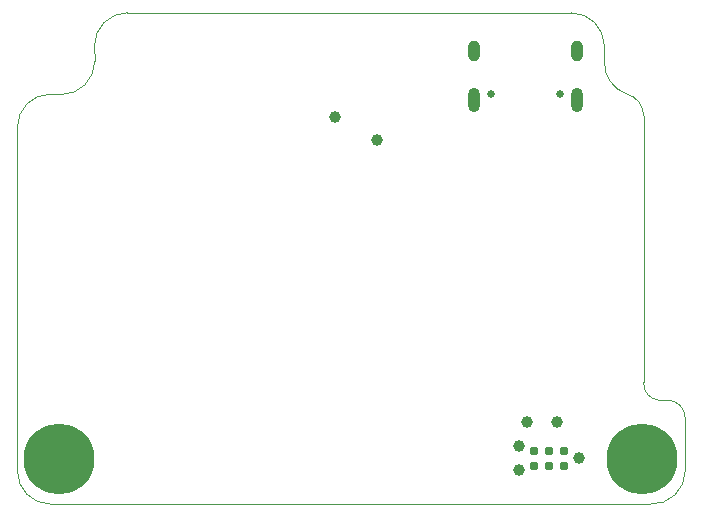
<source format=gbr>
%TF.GenerationSoftware,KiCad,Pcbnew,8.0.1*%
%TF.CreationDate,2024-07-24T10:43:19-04:00*%
%TF.ProjectId,bitaxe-ESP-OLED,62697461-7865-42d4-9553-502d4f4c4544,rev?*%
%TF.SameCoordinates,Original*%
%TF.FileFunction,Soldermask,Top*%
%TF.FilePolarity,Negative*%
%FSLAX46Y46*%
G04 Gerber Fmt 4.6, Leading zero omitted, Abs format (unit mm)*
G04 Created by KiCad (PCBNEW 8.0.1) date 2024-07-24 10:43:19*
%MOMM*%
%LPD*%
G01*
G04 APERTURE LIST*
%ADD10C,1.000000*%
%ADD11C,0.990600*%
%ADD12C,0.787400*%
%ADD13C,0.800000*%
%ADD14C,6.000000*%
%ADD15C,0.650000*%
%ADD16O,1.000000X1.800000*%
%ADD17O,1.000000X2.100000*%
%TA.AperFunction,Profile*%
%ADD18C,0.100000*%
%TD*%
G04 APERTURE END LIST*
D10*
%TO.C,TP3*%
X160500000Y-73000000D03*
%TD*%
D11*
%TO.C,J3*%
X177625000Y-99920000D03*
X172545000Y-100936000D03*
X172545000Y-98904000D03*
D12*
X176355000Y-99285000D03*
X176355000Y-100555000D03*
X175085000Y-99285000D03*
X175085000Y-100555000D03*
X173815000Y-99285000D03*
X173815000Y-100555000D03*
%TD*%
D10*
%TO.C,TP7*%
X173250000Y-96850000D03*
%TD*%
D13*
%TO.C,H3*%
X131323000Y-100000000D03*
X131982010Y-98409010D03*
X131982010Y-101590990D03*
X133573000Y-97750000D03*
D14*
X133573000Y-100000000D03*
D13*
X133573000Y-102250000D03*
X135163990Y-98409010D03*
X135163990Y-101590990D03*
X135823000Y-100000000D03*
%TD*%
D10*
%TO.C,TP6*%
X175750000Y-96850000D03*
%TD*%
D13*
%TO.C,H4*%
X180750000Y-100000000D03*
X181409010Y-98409010D03*
X181409010Y-101590990D03*
X183000000Y-97750000D03*
D14*
X183000000Y-100000000D03*
D13*
X183000000Y-102250000D03*
X184590990Y-98409010D03*
X184590990Y-101590990D03*
X185250000Y-100000000D03*
%TD*%
D10*
%TO.C,TP4*%
X157000000Y-71000000D03*
%TD*%
D15*
%TO.C,J2*%
X170210000Y-69105000D03*
X175990000Y-69105000D03*
D16*
X168780000Y-65425000D03*
D17*
X168780000Y-69605000D03*
D16*
X177420000Y-65425000D03*
D17*
X177420000Y-69605000D03*
%TD*%
D18*
X132873000Y-103800000D02*
G75*
G02*
X130073000Y-101000000I0J2800000D01*
G01*
X176970101Y-62204899D02*
X139400000Y-62200000D01*
X186624568Y-100999053D02*
G75*
G02*
X183647004Y-103799936I-2818968J13653D01*
G01*
X130079899Y-71879899D02*
G75*
G02*
X132879899Y-69079899I2800001J-1D01*
G01*
X132873000Y-103800000D02*
X183647000Y-103800000D01*
X136600000Y-65000000D02*
G75*
G02*
X139400000Y-62200000I2800000J0D01*
G01*
X133820101Y-69120101D02*
X132879899Y-69079899D01*
X136600000Y-65000000D02*
X136620101Y-66320101D01*
X181675506Y-69070019D02*
G75*
G02*
X179779900Y-66420101I904394J2649919D01*
G01*
X181675506Y-69070020D02*
G75*
G02*
X183102045Y-70950000I-525506J-1879980D01*
G01*
X186620000Y-96500000D02*
X186620000Y-101000000D01*
X130079899Y-71879899D02*
X130073000Y-101000000D01*
X184400000Y-95000000D02*
X185120000Y-95000000D01*
X183102045Y-70950000D02*
X183100000Y-93500000D01*
X136620101Y-66320101D02*
G75*
G02*
X133820101Y-69120101I-2800001J1D01*
G01*
X176970101Y-62204899D02*
G75*
G02*
X179770101Y-65004899I-1J-2800001D01*
G01*
X184400000Y-94999999D02*
G75*
G02*
X183100001Y-93500000I100000J1399999D01*
G01*
X179770101Y-65004899D02*
X179779899Y-66420101D01*
X185120000Y-95000000D02*
G75*
G02*
X186620000Y-96500000I0J-1500000D01*
G01*
M02*

</source>
